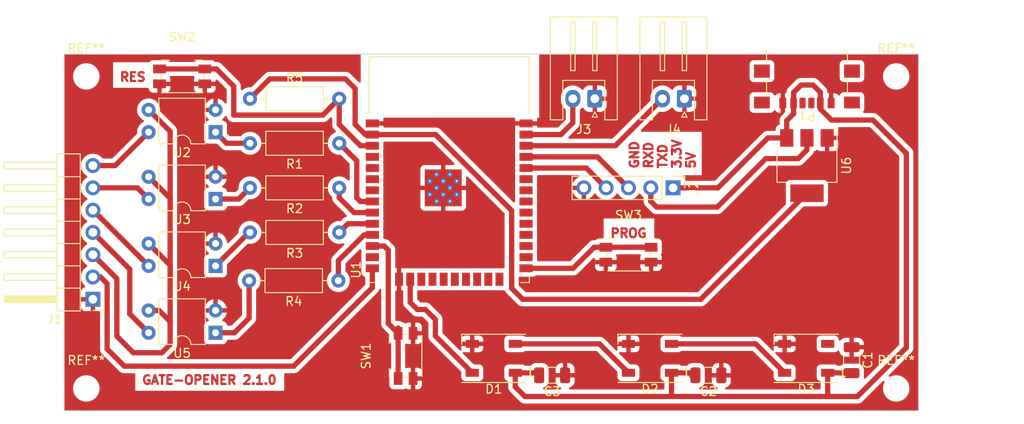
<source format=kicad_pcb>
(kicad_pcb (version 20221018) (generator pcbnew)
  (layers (0 "F.Cu" signal) (31 "B.Cu" signal) (34 "B.Paste" user) (35 "F.Paste" user) (36 "B.SilkS" user "B.Silkscreen") (37 "F.SilkS" user "F.Silkscreen") (38 "B.Mask" user) (39 "F.Mask" user) (44 "Edge.Cuts" user))
  (net 0 "")
  (net 1 "GND")
  (net 2 "5V")
  (net 3 "Net-(D1-DOUT)")
  (net 4 "IO13")
  (net 5 "Net-(D2-DOUT)")
  (net 10 "Net-(R1-Pad2)")
  (net 11 "Net-(R2-Pad2)")
  (net 12 "Net-(R3-Pad2)")
  (net 13 "Net-(R4-Pad2)")
  (net 26 "TXD")
  (net 34 "RXD")
  (net 35 "EN")
  (net 36 "3.3V")
  (net 37 "IO0")
  (net 38 "IO32")
  (net 39 "IO33")
  (net 40 "IO25")
  (net 41 "IO26")
  (net 42 "RE1")
  (net 43 "RE2")
  (net 44 "RE3")
  (net 45 "RE4")
  (net 46 "GND2")
  (net 48 "IO27")
  (net 50 "IO12")
  (net 51 "IO22")
  (net 52 "IO23")
  (footprint "Button_Switch_SMD:Panasonic_EVQPUM_EVQPUD" (layer "F.Cu") (at 180.786062 102.143785)
    (fp_text reference "SW3" (at 0 -4.5) (layer "F.SilkS"))
    (fp_text value "PROG")
    (pad "1" smd rect (at -2.575 -0.85 180) (size 1.45 1) (layers "F.Cu" "F.Paste" "F.Mask") (net 37 "IO0"))
    (pad "1" smd rect (at 2.575 -0.85 180) (size 1.45 1) (layers "F.Cu" "F.Paste" "F.Mask") (net 37 "IO0"))
    (pad "2" smd rect (at -2.575 0.85 180) (size 1.45 1) (layers "F.Cu" "F.Paste" "F.Mask") (net 1 "GND"))
    (pad "2" smd rect (at 2.575 0.85 180) (size 1.45 1) (layers "F.Cu" "F.Paste" "F.Mask") (net 1 "GND"))
  )
  (footprint "Capacitor_SMD:C_1206_3216Metric" (layer "F.Cu") (at 206.186062 114.160432 -90)
    (fp_text reference "C1" (at 0 -1.85 -270) (layer "F.SilkS"))
    (fp_text value "100nF")
    (pad "1" smd roundrect (at -1.475 0 270) (size 1.15 1.8) (layers "F.Cu" "F.Paste" "F.Mask") (roundrect_rratio 0.217391) (net 1 "GND"))
    (pad "2" smd roundrect (at 1.475 0 270) (size 1.15 1.8) (layers "F.Cu" "F.Paste" "F.Mask") (roundrect_rratio 0.217391) (net 2 "5V"))
  )
  (footprint "Button_Switch_SMD:Panasonic_EVQPUM_EVQPUD" (layer "F.Cu") (at 129.986062 81.823785)
    (fp_text reference "SW2" (at 0 -4.5) (layer "F.SilkS"))
    (fp_text value "RESET")
    (pad "1" smd rect (at -2.575 -0.85 180) (size 1.45 1) (layers "F.Cu" "F.Paste" "F.Mask") (net 35 "EN"))
    (pad "1" smd rect (at 2.575 -0.85 180) (size 1.45 1) (layers "F.Cu" "F.Paste" "F.Mask") (net 35 "EN"))
    (pad "2" smd rect (at -2.575 0.85 180) (size 1.45 1) (layers "F.Cu" "F.Paste" "F.Mask") (net 1 "GND"))
    (pad "2" smd rect (at 2.575 0.85 180) (size 1.45 1) (layers "F.Cu" "F.Paste" "F.Mask") (net 1 "GND"))
  )
  (footprint "Package_DIP:DIP-4_W7.62mm" (layer "F.Cu") (at 133.786062 111.038785 180)
    (fp_text reference "U5" (at 3.81 -2.33) (layer "F.SilkS"))
    (fp_text value "PC817")
    (pad "1" thru_hole rect (at 0 0 180) (size 1.6 1.6) (drill 0.8) (layers "*.Cu" "*.Mask") (net 13 "Net-(R4-Pad2)"))
    (pad "2" thru_hole oval (at 0 2.54 180) (size 1.6 1.6) (drill 0.8) (layers "*.Cu" "*.Mask") (net 1 "GND"))
    (pad "3" thru_hole oval (at 7.62 2.54 180) (size 1.6 1.6) (drill 0.8) (layers "*.Cu" "*.Mask") (net 46 "GND2"))
    (pad "4" thru_hole oval (at 7.62 0 180) (size 1.6 1.6) (drill 0.8) (layers "*.Cu" "*.Mask") (net 45 "RE4"))
  )
  (footprint "Resistor_THT:R_Axial_DIN0207_L6.3mm_D2.5mm_P10.16mm_Horizontal" (layer "F.Cu") (at 147.863785 89.443785 180)
    (fp_text reference "R1" (at 5.08 -2.37) (layer "F.SilkS"))
    (fp_text value "100R")
    (pad "1" thru_hole circle (at 0 0 180) (size 1.6 1.6) (drill 0.8) (layers "*.Cu" "*.Mask") (net 38 "IO32"))
    (pad "2" thru_hole oval (at 10.16 0 180) (size 1.6 1.6) (drill 0.8) (layers "*.Cu" "*.Mask") (net 10 "Net-(R1-Pad2)"))
  )
  (footprint "Capacitor_SMD:C_1206_3216Metric" (layer "F.Cu") (at 189.881062 115.883785 180)
    (fp_text reference "C2" (at 0 -1.85) (layer "F.SilkS"))
    (fp_text value "100nF")
    (pad "1" smd roundrect (at -1.475 0 180) (size 1.15 1.8) (layers "F.Cu" "F.Paste" "F.Mask") (roundrect_rratio 0.217391) (net 1 "GND"))
    (pad "2" smd roundrect (at 1.475 0 180) (size 1.15 1.8) (layers "F.Cu" "F.Paste" "F.Mask") (roundrect_rratio 0.217391) (net 2 "5V"))
  )
  (footprint "Capacitor_SMD:C_1206_3216Metric" (layer "F.Cu") (at 172.101062 115.883785 180)
    (fp_text reference "C3" (at 0 -1.85) (layer "F.SilkS"))
    (fp_text value "100nF")
    (pad "1" smd roundrect (at -1.475 0 180) (size 1.15 1.8) (layers "F.Cu" "F.Paste" "F.Mask") (roundrect_rratio 0.217391) (net 1 "GND"))
    (pad "2" smd roundrect (at 1.475 0 180) (size 1.15 1.8) (layers "F.Cu" "F.Paste" "F.Mask") (roundrect_rratio 0.217391) (net 2 "5V"))
  )
  (footprint "Package_DIP:DIP-4_W7.62mm" (layer "F.Cu") (at 133.786062 103.418785 180)
    (fp_text reference "U4" (at 3.81 -2.33) (layer "F.SilkS"))
    (fp_text value "PC817")
    (pad "1" thru_hole rect (at 0 0 180) (size 1.6 1.6) (drill 0.8) (layers "*.Cu" "*.Mask") (net 12 "Net-(R3-Pad2)"))
    (pad "2" thru_hole oval (at 0 2.54 180) (size 1.6 1.6) (drill 0.8) (layers "*.Cu" "*.Mask") (net 1 "GND"))
    (pad "3" thru_hole oval (at 7.62 2.54 180) (size 1.6 1.6) (drill 0.8) (layers "*.Cu" "*.Mask") (net 46 "GND2"))
    (pad "4" thru_hole oval (at 7.62 0 180) (size 1.6 1.6) (drill 0.8) (layers "*.Cu" "*.Mask") (net 44 "RE3"))
  )
  (footprint "MountingHole:MountingHole_2.2mm_M2" (layer "F.Cu") (at 211.266062 117.383785)
    (fp_text reference "REF**" (at 0 -3.2) (layer "F.SilkS"))
    (fp_text value "MountingHole_2.2mm_M2")
    (pad "" np_thru_hole circle (at 0 0) (size 2.5 2.5) (drill 2.5) (layers "F&B.Cu" "*.Mask"))
  )
  (footprint "LED_SMD:LED_WS2812B_PLCC4_5.0x5.0mm_P3.2mm" (layer "F.Cu") (at 165.456062 113.953785 180)
    (fp_text reference "D1" (at 0 -3.5) (layer "F.SilkS"))
    (fp_text value "WS2812B")
    (fp_text user "1" (at -4.15 -1.6) (layer "F.SilkS"))
    (pad "1" smd rect (at -2.45 -1.65 180) (size 1.5 0.9) (layers "F.Cu" "F.Paste" "F.Mask") (net 2 "5V"))
    (pad "2" smd rect (at -2.45 1.65 180) (size 1.5 0.9) (layers "F.Cu" "F.Paste" "F.Mask") (net 3 "Net-(D1-DOUT)"))
    (pad "3" smd rect (at 2.45 1.65 180) (size 1.5 0.9) (layers "F.Cu" "F.Paste" "F.Mask") (net 1 "GND"))
    (pad "4" smd rect (at 2.45 -1.65 180) (size 1.5 0.9) (layers "F.Cu" "F.Paste" "F.Mask") (net 4 "IO13"))
  )
  (footprint "Connector_USB:USB_C_Receptacle_GCT_USB4135-GF-A_6P_TopMnt_Horizontal" (layer "F.Cu") (at 201.106062 81.823785 180)
    (fp_text reference "P1" (at 0 -4.5 180 unlocked) (layer "F.SilkS"))
    (fp_text value "USB_C_Plug_USB2.0")
    (pad "A5" smd rect (at -0.5 -3.0325 180) (size 0.7 1.2) (layers "F.Cu" "F.Paste" "F.Mask"))
    (pad "A9" smd rect (at 1.52 -3.0325) (size 0.76 1.2) (layers "F.Cu" "F.Paste" "F.Mask") (net 2 "5V"))
    (pad "A12" smd rect (at 2.75 -3.0325) (size 0.8 1.2) (layers "F.Cu" "F.Paste" "F.Mask") (net 1 "GND"))
    (pad "B5" smd rect (at 0.5 -3.0325) (size 0.7 1.2) (layers "F.Cu" "F.Paste" "F.Mask"))
    (pad "B9" smd rect (at -1.52 -3.0325 180) (size 0.76 1.2) (layers "F.Cu" "F.Paste" "F.Mask") (net 2 "5V"))
    (pad "B12" smd rect (at -2.75 -3.0325 180) (size 0.8 1.2) (layers "F.Cu" "F.Paste" "F.Mask") (net 1 "GND"))
    (pad "S1" smd rect (at -5.125 -2.9775 180) (size 1.8 1.35) (layers "F.Cu" "F.Paste" "F.Mask"))
    (pad "S1" smd rect (at -5.125 0.6025 180) (size 1.8 1.5) (layers "F.Cu" "F.Paste" "F.Mask"))
    (pad "S1" smd rect (at 5.125 -2.9775 180) (size 1.8 1.35) (layers "F.Cu" "F.Paste" "F.Mask"))
    (pad "S1" smd rect (at 5.125 0.6025 180) (size 1.8 1.5) (layers "F.Cu" "F.Paste" "F.Mask"))
  )
  (footprint "Package_DIP:DIP-4_W7.62mm" (layer "F.Cu") (at 133.786062 88.178785 180)
    (fp_text reference "U2" (at 3.81 -2.33) (layer "F.SilkS"))
    (fp_text value "PC817")
    (pad "1" thru_hole rect (at 0 0 180) (size 1.6 1.6) (drill 0.8) (layers "*.Cu" "*.Mask") (net 10 "Net-(R1-Pad2)"))
    (pad "2" thru_hole oval (at 0 2.54 180) (size 1.6 1.6) (drill 0.8) (layers "*.Cu" "*.Mask") (net 1 "GND"))
    (pad "3" thru_hole oval (at 7.62 2.54 180) (size 1.6 1.6) (drill 0.8) (layers "*.Cu" "*.Mask") (net 46 "GND2"))
    (pad "4" thru_hole oval (at 7.62 0 180) (size 1.6 1.6) (drill 0.8) (layers "*.Cu" "*.Mask") (net 42 "RE1"))
  )
  (footprint "MountingHole:MountingHole_2.2mm_M2" (layer "F.Cu") (at 119.076062 117.383785)
    (fp_text reference "REF**" (at 0 -3.2) (layer "F.SilkS"))
    (fp_text value "MountingHole_2.2mm_M2")
    (pad "" np_thru_hole circle (at 0 0) (size 2.5 2.5) (drill 2.5) (layers "F&B.Cu" "*.Mask"))
  )
  (footprint "LED_SMD:LED_WS2812B_PLCC4_5.0x5.0mm_P3.2mm" (layer "F.Cu") (at 183.236062 113.953785 180)
    (fp_text reference "D2" (at 0 -3.5) (layer "F.SilkS"))
    (fp_text value "WS2812B")
    (fp_text user "1" (at -4.15 -1.6) (layer "F.SilkS"))
    (pad "1" smd rect (at -2.45 -1.65 180) (size 1.5 0.9) (layers "F.Cu" "F.Paste" "F.Mask") (net 2 "5V"))
    (pad "2" smd rect (at -2.45 1.65 180) (size 1.5 0.9) (layers "F.Cu" "F.Paste" "F.Mask") (net 5 "Net-(D2-DOUT)"))
    (pad "3" smd rect (at 2.45 1.65 180) (size 1.5 0.9) (layers "F.Cu" "F.Paste" "F.Mask") (net 1 "GND"))
    (pad "4" smd rect (at 2.45 -1.65 180) (size 1.5 0.9) (layers "F.Cu" "F.Paste" "F.Mask") (net 3 "Net-(D1-DOUT)"))
  )
  (footprint "Connector_JST:JST_XH_S2B-XH-A_1x02_P2.50mm_Horizontal" (layer "F.Cu") (at 176.956062 84.363785 180)
    (fp_text reference "J3" (at 1.25 -3.5) (layer "F.SilkS"))
    (fp_text value "Conn_01x02")
    (pad "1" thru_hole roundrect (at 0 0 180) (size 1.7 2) (drill 1) (layers "*.Cu" "*.Mask") (roundrect_rratio 0.147059) (net 1 "GND"))
    (pad "2" thru_hole oval (at 2.5 0 180) (size 1.7 2) (drill 1) (layers "*.Cu" "*.Mask") (net 52 "IO23"))
  )
  (footprint "Resistor_THT:R_Axial_DIN0207_L6.3mm_D2.5mm_P10.16mm_Horizontal" (layer "F.Cu") (at 137.703785 84.363785)
    (fp_text reference "R5" (at 5.08 -2.37) (layer "F.SilkS"))
    (fp_text value "10k")
    (pad "1" thru_hole circle (at 0 0) (size 1.6 1.6) (drill 0.8) (layers "*.Cu" "*.Mask") (net 36 "3.3V"))
    (pad "2" thru_hole oval (at 10.16 0) (size 1.6 1.6) (drill 0.8) (layers "*.Cu" "*.Mask") (net 35 "EN"))
  )
  (footprint "MountingHole:MountingHole_2.2mm_M2" (layer "F.Cu") (at 211.266062 81.823785)
    (fp_text reference "REF**" (at 0 -3.2) (layer "F.SilkS"))
    (fp_text value "MountingHole_2.2mm_M2")
    (pad "" np_thru_hole circle (at 0 0) (size 2.5 2.5) (drill 2.5) (layers "F&B.Cu" "*.Mask"))
  )
  (footprint "LED_SMD:LED_WS2812B_PLCC4_5.0x5.0mm_P3.2mm" (layer "F.Cu") (at 201.016062 113.953785 180)
    (fp_text reference "D3" (at 0 -3.5) (layer "F.SilkS"))
    (fp_text value "WS2812B")
    (fp_text user "1" (at -4.15 -1.6) (layer "F.SilkS"))
    (pad "1" smd rect (at -2.45 -1.65 180) (size 1.5 0.9) (layers "F.Cu" "F.Paste" "F.Mask") (net 2 "5V"))
    (pad "2" smd rect (at -2.45 1.65 180) (size 1.5 0.9) (layers "F.Cu" "F.Paste" "F.Mask"))
    (pad "3" smd rect (at 2.45 1.65 180) (size 1.5 0.9) (layers "F.Cu" "F.Paste" "F.Mask") (net 1 "GND"))
    (pad "4" smd rect (at 2.45 -1.65 180) (size 1.5 0.9) (layers "F.Cu" "F.Paste" "F.Mask") (net 5 "Net-(D2-DOUT)"))
  )
  (footprint "Resistor_THT:R_Axial_DIN0207_L6.3mm_D2.5mm_P10.16mm_Horizontal" (layer "F.Cu") (at 147.766062 105.094756 180)
    (fp_text reference "R4" (at 5.08 -2.37) (layer "F.SilkS"))
    (fp_text value "100R")
    (pad "1" thru_hole circle (at 0 0 180) (size 1.6 1.6) (drill 0.8) (layers "*.Cu" "*.Mask") (net 41 "IO26"))
    (pad "2" thru_hole oval (at 10.16 0 180) (size 1.6 1.6) (drill 0.8) (layers "*.Cu" "*.Mask") (net 13 "Net-(R4-Pad2)"))
  )
  (footprint "MountingHole:MountingHole_2.2mm_M2" (layer "F.Cu") (at 119.076062 81.823785)
    (fp_text reference "REF**" (at 0 -3.2) (layer "F.SilkS"))
    (fp_text value locked "MountingHole_2.2mm_M2")
    (pad "" np_thru_hole circle (at 0 0) (size 2.5 2.5) (drill 2.5) (layers "F&B.Cu" "*.Mask"))
  )
  (footprint "RF_Module:ESP32-WROOM-32" (layer "F.Cu") (at 160.383562 95.433785)
    (fp_text reference "U1" (at -10.61 8.43 90) (layer "F.SilkS"))
    (fp_text value "ESP32-WROOM-32")
    (pad "1" smd rect (at -8.75 -8.25) (size 1.5 0.9) (layers "F.Cu" "F.Paste" "F.Mask") (net 1 "GND"))
    (pad "2" smd rect (at -8.75 -6.98) (size 1.5 0.9) (layers "F.Cu" "F.Paste" "F.Mask") (net 36 "3.3V"))
    (pad "3" smd rect (at -8.75 -5.71) (size 1.5 0.9) (layers "F.Cu" "F.Paste" "F.Mask") (net 35 "EN"))
    (pad "4" smd rect (at -8.75 -4.44) (size 1.5 0.9) (layers "F.Cu" "F.Paste" "F.Mask"))
    (pad "5" smd rect (at -8.75 -3.17) (size 1.5 0.9) (layers "F.Cu" "F.Paste" "F.Mask"))
    (pad "6" smd rect (at -8.75 -1.9) (size 1.5 0.9) (layers "F.Cu" "F.Paste" "F.Mask"))
    (pad "7" smd rect (at -8.75 -0.63) (size 1.5 0.9) (layers "F.Cu" "F.Paste" "F.Mask"))
    (pad "8" smd rect (at -8.75 0.64) (size 1.5 0.9) (layers "F.Cu" "F.Paste" "F.Mask") (net 38 "IO32"))
    (pad "9" smd rect (at -8.75 1.91) (size 1.5 0.9) (layers "F.Cu" "F.Paste" "F.Mask") (net 39 "IO33"))
    (pad "10" smd rect (at -8.75 3.18) (size 1.5 0.9) (layers "F.Cu" "F.Paste" "F.Mask") (net 40 "IO25"))
    (pad "11" smd rect (at -8.75 4.45) (size 1.5 0.9) (layers "F.Cu" "F.Paste" "F.Mask") (net 41 "IO26"))
    (pad "12" smd rect (at -8.75 5.72) (size 1.5 0.9) (layers "F.Cu" "F.Paste" "F.Mask") (net 48 "IO27"))
    (pad "13" smd rect (at -8.75 6.99) (size 1.5 0.9) (layers "F.Cu" "F.Paste" "F.Mask"))
    (pad "14" smd rect (at -8.75 8.26) (size 1.5 0.9) (layers "F.Cu" "F.Paste" "F.Mask") (net 50 "IO12"))
    (pad "15" smd rect (at -5.71 9.51 90) (size 1.5 0.9) (layers "F.Cu" "F.Paste" "F.Mask") (net 1 "GND"))
    (pad "16" smd rect (at -4.44 9.51 90) (size 1.5 0.9) (layers "F.Cu" "F.Paste" "F.Mask") (net 4 "IO13"))
    (pad "17" smd rect (at -3.17 9.51 90) (size 1.5 0.9) (layers "F.Cu" "F.Paste" "F.Mask"))
    (pad "18" smd rect (at -1.9 9.51 90) (size 1.5 0.9) (layers "F.Cu" "F.Paste" "F.Mask"))
    (pad "19" smd rect (at -0.63 9.51 90) (size 1.5 0.9) (layers "F.Cu" "F.Paste" "F.Mask"))
    (pad "20" smd rect (at 0.64 9.51 90) (size 1.5 0.9) (layers "F.Cu" "F.Paste" "F.Mask"))
    (pad "21" smd rect (at 1.91 9.51 90) (size 1.5 0.9) (layers "F.Cu" "F.Paste" "F.Mask"))
    (pad "22" smd rect (at 3.18 9.51 90) (size 1.5 0.9) (layers "F.Cu" "F.Paste" "F.Mask"))
    (pad "23" smd rect (at 4.45 9.51 90) (size 1.5 0.9) (layers "F.Cu" "F.Paste" "F.Mask"))
    (pad "24" smd rect (at 5.72 9.51 90) (size 1.5 0.9) (layers "F.Cu" "F.Paste" "F.Mask"))
    (pad "25" smd rect (at 8.75 8.26) (size 1.5 0.9) (layers "F.Cu" "F.Paste" "F.Mask") (net 37 "IO0"))
    (pad "26" smd rect (at 8.75 6.99) (size 1.5 0.9) (layers "F.Cu" "F.Paste" "F.Mask"))
    (pad "27" smd rect (at 8.75 5.72) (size 1.5 0.9) (layers "F.Cu" "F.Paste" "F.Mask"))
    (pad "28" smd rect (at 8.75 4.45) (size 1.5 0.9) (layers "F.Cu" "F.Paste" "F.Mask"))
    (pad "29" smd rect (at 8.75 3.18) (size 1.5 0.9) (layers "F.Cu" "F.Paste" "F.Mask"))
    (pad "30" smd rect (at 8.75 1.91) (size 1.5 0.9) (layers "F.Cu" "F.Paste" "F.Mask"))
    (pad "31" smd rect (at 8.75 0.64) (size 1.5 0.9) (layers "F.Cu" "F.Paste" "F.Mask"))
    (pad "32" smd rect (at 8.75 -0.63) (size 1.5 0.9) (layers "F.Cu" "F.Paste" "F.Mask"))
    (pad "33" smd rect (at 8.75 -1.9) (size 1.5 0.9) (layers "F.Cu" "F.Paste" "F.Mask"))
    (pad "34" smd rect (at 8.75 -3.17) (size 1.5 0.9) (layers "F.Cu" "F.Paste" "F.Mask") (net 34 "RXD"))
    (pad "35" smd rect (at 8.75 -4.44) (size 1.5 0.9) (layers "F.Cu" "F.Paste" "F.Mask") (net 26 "TXD"))
    (pad "36" smd rect (at 8.75 -5.71) (size 1.5 0.9) (layers "F.Cu" "F.Paste" "F.Mask") (net 51 "IO22"))
    (pad "37" smd rect (at 8.75 -6.98) (size 1.5 0.9) (layers "F.Cu" "F.Paste" "F.Mask") (net 52 "IO23"))
    (pad "38" smd rect (at 8.75 -8.25) (size 1.5 0.9) (layers "F.Cu" "F.Paste" "F.Mask") (net 1 "GND"))
    (pad "39" smd rect (at -2.205 -2.435) (size 1.05 1.05) (layers "F.Cu" "F.Paste") (net 1 "GND"))
    (pad "39" thru_hole circle (at -2.205 -1.6725) (size 0.6 0.6) (drill 0.2) (property pad_prop_heatsink) (layers "*.Cu" "F.Mask") (net 1 "GND"))
    (pad "39" smd rect (at -2.205 -0.91) (size 1.05 1.05) (layers "F.Cu" "F.Paste") (net 1 "GND"))
    (pad "39" thru_hole circle (at -2.205 -0.1475) (size 0.6 0.6) (drill 0.2) (property pad_prop_heatsink) (layers "*.Cu" "F.Mask") (net 1 "GND"))
    (pad "39" smd rect (at -2.205 0.615) (size 1.05 1.05) (layers "F.Cu" "F.Paste") (net 1 "GND"))
    (pad "39" thru_hole circle (at -1.4425 -2.435) (size 0.6 0.6) (drill 0.2) (property pad_prop_heatsink) (layers "*.Cu" "F.Mask") (net 1 "GND"))
    (pad "39" thru_hole circle (at -1.4425 -0.91) (size 0.6 0.6) (drill 0.2) (property pad_prop_heatsink) (layers "*.Cu" "F.Mask") (net 1 "GND"))
    (pad "39" thru_hole circle (at -1.4425 0.615) (size 0.6 0.6) (drill 0.2) (property pad_prop_heatsink) (layers "*.Cu" "F.Mask") (net 1 "GND"))
    (pad "39" smd rect (at -0.68 -2.435) (size 1.05 1.05) (layers "F.Cu" "F.Paste") (net 1 "GND"))
    (pad "39" thru_hole circle (at -0.68 -1.6725) (size 0.6 0.6) (drill 0.2) (property pad_prop_heatsink) (layers "*.Cu" "F.Mask") (net 1 "GND"))
    (pad "39" smd rect (at -0.68 -0.91) (size 1.05 1.05) (layers "F.Cu" "F.Paste") (net 1 "GND"))
    (pad "39" smd rect (at -0.68 -0.91) (size 4.2 4.2) (layers "F.Cu" "F.Mask") (net 1 "GND"))
    (pad "39" thru_hole circle (at -0.68 -0.1475) (size 0.6 0.6) (drill 0.2) (property pad_prop_heatsink) (layers "*.Cu" "F.Mask") (net 1 "GND"))
    (pad "39" smd rect (at -0.68 0.615) (size 1.05 1.05) (layers "F.Cu" "F.Paste") (net 1 "GND"))
    (pad "39" thru_hole circle (at 0.0825 -2.435) (size 0.6 0.6) (drill 0.2) (property pad_prop_heatsink) (layers "*.Cu" "F.Mask") (net 1 "GND"))
    (pad "39" thru_hole circle (at 0.0825 -0.91) (size 0.6 0.6) (drill 0.2) (property pad_prop_heatsink) (layers "*.Cu" "F.Mask") (net 1 "GND"))
    (pad "39" thru_hole circle (at 0.0825 0.615) (size 0.6 0.6) (drill 0.2) (property pad_prop_heatsink) (layers "*.Cu" "F.Mask") (net 1 "GND"))
    (pad "39" smd rect (at 0.845 -2.435) (size 1.05 1.05) (layers "F.Cu" "F.Paste") (net 1 "GND"))
    (pad "39" thru_hole circle (at 0.845 -1.6725) (size 0.6 0.6) (drill 0.2) (property pad_prop_heatsink) (layers "*.Cu" "F.Mask") (net 1 "GND"))
    (pad "39" smd rect (at 0.845 -0.91) (size 1.05 1.05) (layers "F.Cu" "F.Paste") (net 1 "GND"))
    (pad "39" thru_hole circle (at 0.845 -0.1475) (size 0.6 0.6) (drill 0.2) (property pad_prop_heatsink) (layers "*.Cu" "F.Mask") (net 1 "GND"))
    (pad "39" smd rect (at 0.845 0.615) (size 1.05 1.05) (layers "F.Cu" "F.Paste") (net 1 "GND"))
  )
  (footprint "Button_Switch_SMD:Panasonic_EVQPUM_EVQPUD" (layer "F.Cu") (at 155.421062 113.678785 90)
    (fp_text reference "SW1" (at 0 -4.5 90) (layer "F.SilkS"))
    (fp_text value "SW_Push")
    (pad "1" smd rect (at -2.575 -0.85 270) (size 1.45 1) (layers "F.Cu" "F.Paste" "F.Mask") (net 48 "IO27"))
    (pad "1" smd rect (at 2.575 -0.85 270) (size 1.45 1) (layers "F.Cu" "F.Paste" "F.Mask") (net 48 "IO27"))
    (pad "2" smd rect (at -2.575 0.85 270) (size 1.45 1) (layers "F.Cu" "F.Paste" "F.Mask") (net 1 "GND"))
    (pad "2" smd rect (at 2.575 0.85 270) (size 1.45 1) (layers "F.Cu" "F.Paste" "F.Mask") (net 1 "GND"))
  )
  (footprint "Connector_PinHeader_2.54mm:PinHeader_1x07_P2.54mm_Horizontal" (layer "F.Cu") (at 119.826062 107.223785 180)
    (fp_text reference "J1" (at 4.385 -2.27) (layer "F.SilkS"))
    (fp_text value "Conn_01x07")
    (pad "1" thru_hole rect (at 0 0 180) (size 1.7 1.7) (drill 1) (layers "*.Cu" "*.Mask") (net 1 "GND"))
    (pad "2" thru_hole oval (at 0 2.54 180) (size 1.7 1.7) (drill 1) (layers "*.Cu" "*.Mask") (net 50 "IO12"))
    (pad "3" thru_hole oval (at 0 5.08 180) (size 1.7 1.7) (drill 1) (layers "*.Cu" "*.Mask") (net 46 "GND2"))
    (pad "4" thru_hole oval (at 0 7.62 180) (size 1.7 1.7) (drill 1) (layers "*.Cu" "*.Mask") (net 45 "RE4"))
    (pad "5" thru_hole oval (at 0 10.16 180) (size 1.7 1.7) (drill 1) (layers "*.Cu" "*.Mask") (net 44 "RE3"))
    (pad "6" thru_hole oval (at 0 12.7 180) (size 1.7 1.7) (drill 1) (layers "*.Cu" "*.Mask") (net 43 "RE2"))
    (pad "7" thru_hole oval (at 0 15.24 180) (size 1.7 1.7) (drill 1) (layers "*.Cu" "*.Mask") (net 42 "RE1"))
  )
  (footprint "Package_TO_SOT_SMD:SOT-223-3_TabPin2" (layer "F.Cu") (at 201.106062 91.983785 -90)
    (fp_text reference "U6" (at 0 -4.5 90) (layer "F.SilkS"))
    (fp_text value "AMS1117")
    (pad "1" smd rect (at -3.15 -2.3 270) (size 2 1.5) (layers "F.Cu" "F.Paste" "F.Mask") (net 1 "GND"))
    (pad "2" smd rect (at -3.15 0 270) (size 2 1.5) (layers "F.Cu" "F.Paste" "F.Mask") (net 36 "3.3V"))
    (pad "2" smd rect (at 3.15 0 270) (size 2 3.8) (layers "F.Cu" "F.Paste" "F.Mask") (net 36 "3.3V"))
    (pad "3" smd rect (at -3.15 2.3 270) (size 2 1.5) (layers "F.Cu" "F.Paste" "F.Mask") (net 2 "5V"))
  )
  (footprint "Resistor_THT:R_Axial_DIN0207_L6.3mm_D2.5mm_P10.16mm_Horizontal" (layer "F.Cu") (at 147.863785 99.603785 180)
    (fp_text reference "R3" (at 5.08 -2.37) (layer "F.SilkS"))
    (fp_text value "100R")
    (pad "1" thru_hole circle (at 0 0 180) (size 1.6 1.6) (drill 0.8) (layers "*.Cu" "*.Mask") (net 40 "IO25"))
    (pad "2" thru_hole oval (at 10.16 0 180) (size 1.6 1.6) (drill 0.8) (layers "*.Cu" "*.Mask") (net 12 "Net-(R3-Pad2)"))
  )
  (footprint "Connector_PinHeader_2.54mm:PinHeader_1x05_P2.54mm_Vertical" (layer "F.Cu") (at 185.866062 94.523785 -90)
    (fp_text reference "J2" (at 0 -2.33 90) (layer "F.SilkS"))
    (fp_text value "Conn_01x05")
    (pad "1" thru_hole rect (at 0 0 270) (size 1.7 1.7) (drill 1) (layers "*.Cu" "*.Mask") (net 2 "5V"))
    (pad "2" thru_hole oval (at 0 2.54 270) (size 1.7 1.7) (drill 1) (layers "*.Cu" "*.Mask") (net 36 "3.3V"))
    (pad "3" thru_hole oval (at 0 5.08 270) (size 1.7 1.7) (drill 1) (layers "*.Cu" "*.Mask") (net 26 "TXD"))
    (pad "4" thru_hole oval (at 0 7.62 270) (size 1.7 1.7) (drill 1) (layers "*.Cu" "*.Mask") (net 34 "RXD"))
    (pad "5" thru_hole oval (at 0 10.16 270) (size 1.7 1.7) (drill 1) (layers "*.Cu" "*.Mask") (net 1 "GND"))
  )
  (footprint "Package_DIP:DIP-4_W7.62mm" (layer "F.Cu") (at 133.786062 95.798785 180)
    (fp_text reference "U3" (at 3.81 -2.33) (layer "F.SilkS"))
    (fp_text value "PC817")
    (pad "1" thru_hole rect (at 0 0 180) (size 1.6 1.6) (drill 0.8) (layers "*.Cu" "*.Mask") (net 11 "Net-(R2-Pad2)"))
    (pad "2" thru_hole oval (at 0 2.54 180) (size 1.6 1.6) (drill 0.8) (layers "*.Cu" "*.Mask") (net 1 "GND"))
    (pad "3" thru_hole oval (at 7.62 2.54 180) (size 1.6 1.6) (drill 0.8) (layers "*.Cu" "*.Mask") (net 46 "GND2"))
    (pad "4" thru_hole oval (at 7.62 0 180) (size 1.6 1.6) (drill 0.8) (layers "*.Cu" "*.Mask") (net 43 "RE2"))
  )
  (footprint "Connector_JST:JST_XH_S2B-XH-A_1x02_P2.50mm_Horizontal" (layer "F.Cu") (at 187.156062 84.363785 180)
    (fp_text reference "J4" (at 1.25 -3.5) (layer "F.SilkS"))
    (fp_text value "Conn_01x02")
    (pad "1" thru_hole roundrect (at 0 0 180) (size 1.7 2) (drill 1) (layers "*.Cu" "*.Mask") (roundrect_rratio 0.147059) (net 1 "GND"))
    (pad "2" thru_hole oval (at 2.5 0 180) (size 1.7 2) (drill 1) (layers "*.Cu" "*.Mask") (net 51 "IO22"))
  )
  (footprint "Resistor_THT:R_Axial_DIN0207_L6.3mm_D2.5mm_P10.16mm_Horizontal" (layer "F.Cu") (at 147.863785 94.523785 180)
    (fp_text reference "R2" (at 5.08 -2.37) (layer "F.SilkS"))
    (fp_text value "100R")
    (pad "1" thru_hole circle (at 0 0 180) (size 1.6 1.6) (drill 0.8) (layers "*.Cu" "*.Mask") (net 39 "IO33"))
    (pad "2" thru_hole oval (at 10.16 0 180) (size 1.6 1.6) (drill 0.8) (layers "*.Cu" "*.Mask") (net 11 "Net-(R2-Pad2)"))
  )
  (gr_rect (start 116.555426 79.283785) (end 213.806062 119.923785) (stroke (width 0.1)) (fill none) (layer "Edge.Cuts"))
  (gr_text "PROG" (at 178.610437 100.281235) (layer "F.Cu") (effects (font (size 1 1) (thickness 0.25) bold) (justify left bottom)))
  (gr_text "GATE-OPENER 2.1.0" (at 125.296966 117.005938) (layer "F.Cu") (effects (font (size 1 1) (thickness 0.25) bold) (justify left bottom)))
  (gr_text "GND\nRXD\nTXD\n3.3V\n5V" (at 188.487158 92.441605 90) (layer "F.Cu") (effects (font (size 1 1) (thickness 0.25) bold) (justify left bottom)))
  (gr_text "RES" (at 122.769765 82.479558) (layer "F.Cu") (effects (font (size 1 1) (thickness 0.25) bold) (justify left bottom)))
  (segment (start 199.586062 83.656285) (end 199.586062 84.856285) (width 0.6) (layer "F.Cu") (net 2))
  (segment (start 167.906062 117.203785) (end 169.004761 118.302484) (width 0.6) (layer "F.Cu") (net 2))
  (segment (start 187.926062 115.883785) (end 188.406062 115.883785) (width 0.6) (layer "F.Cu") (net 2))
  (segment (start 202.626062 83.632042) (end 202.626062 84.856285) (width 0.6) (layer "F.Cu") (net 2))
  (segment (start 203.466062 115.603785) (end 203.466062 118.122484) (width 0.6) (layer "F.Cu") (net 2))
  (segment (start 173.044761 118.302484) (end 185.866062 118.302484) (width 0.6) (layer "F.Cu") (net 2))
  (segment (start 208.619366 86.797089) (end 203.897003 86.797089) (width 0.6) (layer "F.Cu") (net 2))
  (segment (start 198.806062 86.861522) (end 198.806062 88.833785) (width 0.6) (layer "F.Cu") (net 2))
  (segment (start 202.626062 85.526148) (end 202.626062 84.856285) (width 0.6) (layer "F.Cu") (net 2))
  (segment (start 205.706062 115.883785) (end 206.186062 115.883785) (width 0.6) (layer "F.Cu") (net 2))
  (segment (start 203.466062 115.603785) (end 205.426062 115.603785) (width 0.6) (layer "F.Cu") (net 2))
  (segment (start 185.686062 115.603785) (end 187.646062 115.603785) (width 0.6) (layer "F.Cu") (net 2))
  (segment (start 212.415639 112.73501) (end 212.415639 90.593362) (width 0.6) (layer "F.Cu") (net 2))
  (segment (start 198.806062 88.833785) (end 196.662589 88.833785) (width 0.6) (layer "F.Cu") (net 2))
  (segment (start 212.415639 90.593362) (end 208.619366 86.797089) (width 0.6) (layer "F.Cu") (net 2))
  (segment (start 199.586062 83.656285) (end 200.440801 82.801546) (width 0.6) (layer "F.Cu") (net 2))
  (segment (start 203.466062 118.122484) (end 203.646062 118.302484) (width 0.6) (layer "F.Cu") (net 2))
  (segment (start 201.795566 82.801546) (end 202.626062 83.632042) (width 0.6) (layer "F.Cu") (net 2))
  (segment (start 199.586062 84.856285) (end 199.586062 86.081522) (width 0.6) (layer "F.Cu") (net 2))
  (segment (start 170.346062 115.603785) (end 170.626062 115.883785) (width 0.6) (layer "F.Cu") (net 2))
  (segment (start 190.972589 94.523785) (end 185.866062 94.523785) (width 0.6) (layer "F.Cu") (net 2))
  (segment (start 185.686062 118.122484) (end 185.866062 118.302484) (width 0.6) (layer "F.Cu") (net 2))
  (segment (start 169.004761 118.302484) (end 173.044761 118.302484) (width 0.6) (layer "F.Cu") (net 2))
  (segment (start 167.906062 115.603785) (end 167.906062 117.203785) (width 0.6) (layer "F.Cu") (net 2))
  (segment (start 205.426062 115.603785) (end 205.706062 115.883785) (width 0.6) (layer "F.Cu") (net 2))
  (segment (start 196.662589 88.833785) (end 190.972589 94.523785) (width 0.6) (layer "F.Cu") (net 2))
  (segment (start 187.646062 115.603785) (end 187.926062 115.883785) (width 0.6) (layer "F.Cu") (net 2))
  (segment (start 206.100675 118.302484) (end 206.848165 118.302484) (width 0.6) (layer "F.Cu") (net 2))
  (segment (start 185.866062 118.302484) (end 203.646062 118.302484) (width 0.6) (layer "F.Cu") (net 2))
  (segment (start 199.586062 86.081522) (end 198.806062 86.861522) (width 0.6) (layer "F.Cu") (net 2))
  (segment (start 206.848165 118.302484) (end 212.415639 112.73501) (width 0.6) (layer "F.Cu") (net 2))
  (segment (start 203.646062 118.302484) (end 206.100675 118.302484) (width 0.6) (layer "F.Cu") (net 2))
  (segment (start 203.897003 86.797089) (end 202.626062 85.526148) (width 0.6) (layer "F.Cu") (net 2))
  (segment (start 200.440801 82.801546) (end 201.795566 82.801546) (width 0.6) (layer "F.Cu") (net 2))
  (segment (start 185.686062 115.603785) (end 185.686062 118.122484) (width 0.6) (layer "F.Cu") (net 2))
  (segment (start 167.906062 115.603785) (end 170.346062 115.603785) (width 0.6) (layer "F.Cu") (net 2))
  (segment (start 177.486062 112.303785) (end 180.786062 115.603785) (width 0.6) (layer "F.Cu") (net 3))
  (segment (start 167.906062 112.303785) (end 177.486062 112.303785) (width 0.6) (layer "F.Cu") (net 3))
  (segment (start 157.660787 108.386333) (end 156.755339 108.386333) (width 0.6) (layer "F.Cu") (net 4))
  (segment (start 158.81001 109.535556) (end 157.660787 108.386333) (width 0.6) (layer "F.Cu") (net 4))
  (segment (start 155.943562 107.574556) (end 155.943562 104.943785) (width 0.6) (layer "F.Cu") (net 4))
  (segment (start 163.006062 115.603785) (end 158.81001 111.407733) (width 0.6) (layer "F.Cu") (net 4))
  (segment (start 158.81001 111.407733) (end 158.81001 109.535556) (width 0.6) (layer "F.Cu") (net 4))
  (segment (start 156.755339 108.386333) (end 155.943562 107.574556) (width 0.6) (layer "F.Cu") (net 4))
  (segment (start 195.266062 112.303785) (end 198.566062 115.603785) (width 0.6) (layer "F.Cu") (net 5))
  (segment (start 185.686062 112.303785) (end 195.266062 112.303785) (width 0.6) (layer "F.Cu") (net 5))
  (segment (start 137.703785 89.443785) (end 135.051062 89.443785) (width 0.6) (layer "F.Cu") (net 10))
  (segment (start 135.051062 89.443785) (end 133.786062 88.178785) (width 0.6) (layer "F.Cu") (net 10))
  (segment (start 136.428785 95.798785) (end 133.786062 95.798785) (width 0.6) (layer "F.Cu") (net 11))
  (segment (start 137.703785 94.523785) (end 136.428785 95.798785) (width 0.6) (layer "F.Cu") (net 11))
  (segment (start 137.703785 99.603785) (end 137.601062 99.603785) (width 0.6) (layer "F.Cu") (net 12))
  (segment (start 137.601062 99.603785) (end 133.786062 103.418785) (width 0.6) (layer "F.Cu") (net 12))
  (segment (start 137.606062 105.094756) (end 137.606062 109.366949) (width 0.6) (layer "F.Cu") (net 13))
  (segment (start 135.934226 111.038785) (end 133.786062 111.038785) (width 0.6) (layer "F.Cu") (net 13))
  (segment (start 137.606062 109.366949) (end 135.934226 111.038785) (width 0.6) (layer "F.Cu") (net 13))
  (segment (start 169.133562 90.993785) (end 177.256062 90.993785) (width 0.6) (layer "F.Cu") (net 26))
  (segment (start 177.256062 90.993785) (end 180.786062 94.523785) (width 0.6) (layer "F.Cu") (net 26))
  (segment (start 175.986062 92.263785) (end 178.246062 94.523785) (width 0.6) (layer "F.Cu") (net 34))
  (segment (start 169.133562 92.263785) (end 175.986062 92.263785) (width 0.6) (layer "F.Cu") (net 34))
  (segment (start 145.995042 86.232528) (end 147.863785 84.363785) (width 0.6) (layer "F.Cu") (net 35))
  (segment (start 133.886062 80.973785) (end 135.85716 82.944883) (width 0.6) (layer "F.Cu") (net 35))
  (segment (start 147.863785 87.304008) (end 150.283562 89.723785) (width 0.6) (layer "F.Cu") (net 35))
  (segment (start 132.561062 80.973785) (end 133.886062 80.973785) (width 0.6) (layer "F.Cu") (net 35))
  (segment (start 135.85716 86.232528) (end 145.995042 86.232528) (width 0.6) (layer "F.Cu") (net 35))
  (segment (start 132.561062 80.973785) (end 127.411062 80.973785) (width 0.6) (layer "F.Cu") (net 35))
  (segment (start 147.863785 84.363785) (end 147.863785 87.304008) (width 0.6) (layer "F.Cu") (net 35))
  (segment (start 135.85716 82.944883) (end 135.85716 86.232528) (width 0.6) (layer "F.Cu") (net 35))
  (segment (start 150.283562 89.723785) (end 151.633562 89.723785) (width 0.6) (layer "F.Cu") (net 35))
  (segment (start 183.988028 96.708699) (end 190.900953 96.708699) (width 0.6) (layer "F.Cu") (net 36))
  (segment (start 189.035341 107.204506) (end 188.996783 107.204506) (width 0.6) (layer "F.Cu") (net 36))
  (segment (start 149.671474 83.204602) (end 149.671474 87.290729) (width 0.6) (layer "F.Cu") (net 36))
  (segment (start 183.326062 94.523785) (end 183.326062 96.046733) (width 0.6) (layer "F.Cu") (net 36))
  (segment (start 167.492171 97.112394) (end 167.492171 105.970441) (width 0.6) (layer "F.Cu") (net 36))
  (segment (start 200.106247 91.192686) (end 201.106062 90.192871) (width 0.6) (layer "F.Cu") (net 36))
  (segment (start 167.492171 105.970441) (end 168.745869 107.224139) (width 0.6) (layer "F.Cu") (net 36))
  (segment (start 196.416966 91.192686) (end 200.106247 91.192686) (width 0.6) (layer "F.Cu") (net 36))
  (segment (start 189.016062 107.223785) (end 188.996783 107.204506) (width 0.6) (layer "F.Cu") (net 36))
  (segment (start 149.671474 87.290729) (end 150.83453 88.453785) (width 0.6) (layer "F.Cu") (net 36))
  (segment (start 151.633562 88.453785) (end 158.833562 88.453785) (width 0.6) (layer "F.Cu") (net 36))
  (segment (start 150.83453 88.453785) (end 151.633562 88.453785) (width 0.6) (layer "F.Cu") (net 36))
  (segment (start 148.572553 82.105681) (end 149.671474 83.204602) (width 0.6) (layer "F.Cu") (net 36))
  (segment (start 201.106062 90.192871) (end 201.106062 88.833785) (width 0.6) (layer "F.Cu") (net 36))
  (segment (start 188.97715 107.224139) (end 188.996783 107.204506) (width 0.6) (layer "F.Cu") (net 36))
  (segment (start 158.833562 88.453785) (end 167.492171 97.112394) (width 0.6) (layer "F.Cu") (net 36))
  (segment (start 183.326062 96.046733) (end 183.988028 96.708699) (width 0.6) (layer "F.Cu") (net 36))
  (segment (start 201.106062 95.133785) (end 189.035341 107.204506) (width 0.6) (layer "F.Cu") (net 36))
  (segment (start 139.961889 82.105681) (end 148.572553 82.105681) (width 0.6) (layer "F.Cu") (net 36))
  (segment (start 137.703785 84.363785) (end 139.961889 82.105681) (width 0.6) (layer "F.Cu") (net 36))
  (segment (start 168.745869 107.224139) (end 188.97715 107.224139) (width 0.6) (layer "F.Cu") (net 36))
  (segment (start 190.900953 96.708699) (end 196.416966 91.192686) (width 0.6) (layer "F.Cu") (net 36))
  (segment (start 174.486062 103.693785) (end 169.133562 103.693785) (width 0.6) (layer "F.Cu") (net 37))
  (segment (start 178.211062 101.293785) (end 176.886062 101.293785) (width 0.6) (layer "F.Cu") (net 37))
  (segment (start 176.886062 101.293785) (end 174.486062 103.693785) (width 0.6) (layer "F.Cu") (net 37))
  (segment (start 183.361062 101.293785) (end 178.211062 101.293785) (width 0.6) (layer "F.Cu") (net 37))
  (segment (start 149.86 91.44) (end 149.86 95.650223) (width 0.6) (layer "F.Cu") (net 38))
  (segment (start 147.863785 89.443785) (end 149.86 91.44) (width 0.6) (layer "F.Cu") (net 38))
  (segment (start 149.86 95.650223) (end 150.283562 96.073785) (width 0.6) (layer "F.Cu") (net 38))
  (segment (start 150.283562 96.073785) (end 151.633562 96.073785) (width 0.6) (layer "F.Cu") (net 38))
  (segment (start 149.552415 97.343785) (end 151.633562 97.343785) (width 0.6) (layer "F.Cu") (net 39))
  (segment (start 147.863785 94.523785) (end 147.863785 95.655155) (width 0.6) (layer "F.Cu") (net 39))
  (segment (start 147.863785 95.655155) (end 149.552415 97.343785) (width 0.6) (layer "F.Cu") (net 39))
  (segment (start 147.863785 99.603785) (end 148.853785 98.613785) (width 0.6) (layer "F.Cu") (net 40))
  (segment (start 148.853785 98.613785) (end 151.633562 98.613785) (width 0.6) (layer "F.Cu") (net 40))
  (segment (start 147.766062 102.821285) (end 150.703562 99.883785) (width 0.6) (layer "F.Cu") (net 41))
  (segment (start 150.703562 99.883785) (end 151.633562 99.883785) (width 0.6) (layer "F.Cu") (net 41))
  (segment (start 147.766062 105.094756) (end 147.766062 102.821285) (width 0.6) (layer "F.Cu") (net 41))
  (segment (start 119.826062 91.983785) (end 122.361062 91.983785) (width 0.6) (layer "F.Cu") (net 42))
  (segment (start 122.361062 91.983785) (end 126.166062 88.178785) (width 0.6) (layer "F.Cu") (net 42))
  (segment (start 124.891062 94.523785) (end 126.166062 95.798785) (width 0.6) (layer "F.Cu") (net 43))
  (segment (start 120.567231 94.523785) (end 119.826062 94.523785) (width 0.6) (layer "F.Cu") (net 43))
  (segment (start 119.826062 94.523785) (end 124.891062 94.523785) (width 0.6) (layer "F.Cu") (net 43))
  (segment (start 119.826062 97.063785) (end 126.166062 103.403785) (width 0.6) (layer "F.Cu") (net 44))
  (segment (start 126.166062 103.403785) (end 126.166062 103.418785) (width 0.6) (layer "F.Cu") (net 44))
  (segment (start 124.018025 108.890748) (end 126.166062 111.038785) (width 0.6) (layer "F.Cu") (net 45))
  (segment (start 124.018025 103.795748) (end 124.018025 108.890748) (width 0.6) (layer "F.Cu") (net 45))
  (segment (start 119.826062 99.603785) (end 124.018025 103.795748) (width 0.6) (layer "F.Cu") (net 45))
  (segment (start 122.555378 111.435736) (end 124.435925 113.316283) (width 0.6) (layer "F.Cu") (net 46))
  (segment (start 126.166062 93.258785) (end 128.614918 95.707641) (width 0.6) (layer "F.Cu") (net 46))
  (segment (start 128.614918 112.37601) (end 128.614918 109.763785) (width 0.6) (layer "F.Cu") (net 46))
  (segment (start 128.614918 104.683785) (end 128.614918 97.063785) (width 0.6) (layer "F.Cu") (net 46))
  (segment (start 127.674645 113.316283) (end 128.614918 112.37601) (width 0.6) (layer "F.Cu") (net 46))
  (segment (start 128.614918 88.087641) (end 126.166062 85.638785) (width 0.6) (layer "F.Cu") (net 46))
  (segment (start 128.614918 109.763785) (end 128.614918 104.683785) (width 0.6) (layer "F.Cu") (net 46))
  (segment (start 122.555378 104.873101) (end 122.555378 111.435736) (width 0.6) (layer "F.Cu") (net 46))
  (segment (start 126.166062 100.878785) (end 128.614918 103.327641) (width 0.6) (layer "F.Cu") (net 46))
  (segment (start 128.614918 103.327641) (end 128.614918 104.683785) (width 0.6) (layer "F.Cu") (net 46))
  (segment (start 126.166062 108.498785) (end 127.349918 108.498785) (width 0.6) (layer "F.Cu") (net 46))
  (segment (start 127.349918 108.498785) (end 128.614918 109.763785) (width 0.6) (layer "F.Cu") (net 46))
  (segment (start 128.614918 95.707641) (end 128.614918 97.063785) (width 0.6) (layer "F.Cu") (net 46))
  (segment (start 119.826062 102.143785) (end 122.555378 104.873101) (width 0.6) (layer "F.Cu") (net 46))
  (segment (start 128.614918 97.063785) (end 128.614918 88.087641) (width 0.6) (layer "F.Cu") (net 46))
  (segment (start 124.435925 113.316283) (end 127.674645 113.316283) (width 0.6) (layer "F.Cu") (net 46))
  (segment (start 154.571062 111.103785) (end 153.446969 109.979692) (width 0.6) (layer "F.Cu") (net 48))
  (segment (start 154.571062 111.103785) (end 154.571062 110.492187) (width 0.6) (layer "F.Cu") (net 48))
  (segment (start 154.571062 111.103785) (end 154.571062 116.253785) (width 0.6) (layer "F.Cu") (net 48))
  (segment (start 152.983562 101.153785) (end 151.633562 101.153785) (width 0.6) (layer "F.Cu") (net 48))
  (segment (start 153.446969 101.617192) (end 152.983562 101.153785) (width 0.6) (layer "F.Cu") (net 48))
  (segment (start 153.446969 109.979692) (end 153.446969 101.617192) (width 0.6) (layer "F.Cu") (net 48))
  (segment (start 123.398598 114.843785) (end 142.686062 114.843785) (width 0.6) (layer "F.Cu") (net 50))
  (segment (start 121.44098 105.435968) (end 121.44098 112.886167) (width 0.6) (layer "F.Cu") (net 50))
  (segment (start 142.686062 114.843785) (end 151.633562 105.896285) (width 0.6) (layer "F.Cu") (net 50))
  (segment (start 120.688797 104.683785) (end 121.44098 105.435968) (width 0.6) (layer "F.Cu") (net 50))
  (segment (start 121.44098 112.886167) (end 123.398598 114.843785) (width 0.6) (layer "F.Cu") (net 50))
  (segment (start 119.826062 104.683785) (end 120.688797 104.683785) (width 0.6) (layer "F.Cu") (net 50))
  (segment (start 151.633562 105.896285) (end 151.633562 103.693785) (width 0.6) (layer "F.Cu") (net 50))
  (segment (start 179.296062 89.723785) (end 184.656062 84.363785) (width 0.6) (layer "F.Cu") (net 51))
  (segment (start 169.133562 89.723785) (end 179.296062 89.723785) (width 0.6) (layer "F.Cu") (net 51))
  (segment (start 173.101859 88.453785) (end 169.133562 88.453785) (width 0.6) (layer "F.Cu") (net 52))
  (segment (start 174.456062 87.099582) (end 173.101859 88.453785) (width 0.6) (layer "F.Cu") (net 52))
  (segment (start 174.456062 84.363785) (end 174.456062 87.099582) (width 0.6) (layer "F.Cu") (net 52))
  (zone (net 1) (net_name "GND") (layer "F.Cu") (connect_pads (clearance 0.5)) (min_thickness 0.25) (fill yes (thermal_gap 0.5) (thermal_bridge_width 0.5))
    (polygon (pts (xy 213.806062 79.283785) (xy 213.806062 119.923785) (xy 116.571019 119.91357) (xy 116.557399 79.270165)))
  )
  (zone (net 0) (net_name "") (layer "F.Cu") (connect_pads (clearance 0)) (min_thickness 0.25)
    (keepout (tracks allowed) (vias allowed) (pads allowed) (copperpour not_allowed) (footprints allowed))
    (fill (thermal_gap 0.5) (thermal_bridge_width 0.5))
    (polygon (pts (xy 150.306062 79.283785) (xy 170.626062 79.283785) (xy 170.632724 86.52071) (xy 150.312724 86.52071)))
  )
)
</source>
